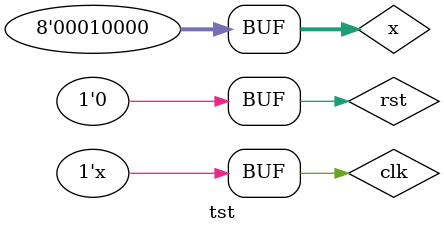
<source format=v>

module tst;

// Inputs
reg clk;
reg rst;
reg [7:0] x;

// Outputs
wire [9:0] dataout;

// Instantiate the Unit Under Test (UUT)
filterfir uut (
.clk(clk), 
.rst(rst), 
.x(x), 
.dataout(dataout)
);

initial begin
// Initialize Inputs
clk = 0;
rst = 0;
x = 0;
#100;

rst = 1;
#100;

rst = 0;
x = 8'd5;
#100;
x = 8'd10;
#100;
x = 8'd12;
#100;
x = 8'd15;
#100;
x = 8'd16;
#100;



end
always begin #50 clk=~clk; end 
endmodule

</source>
